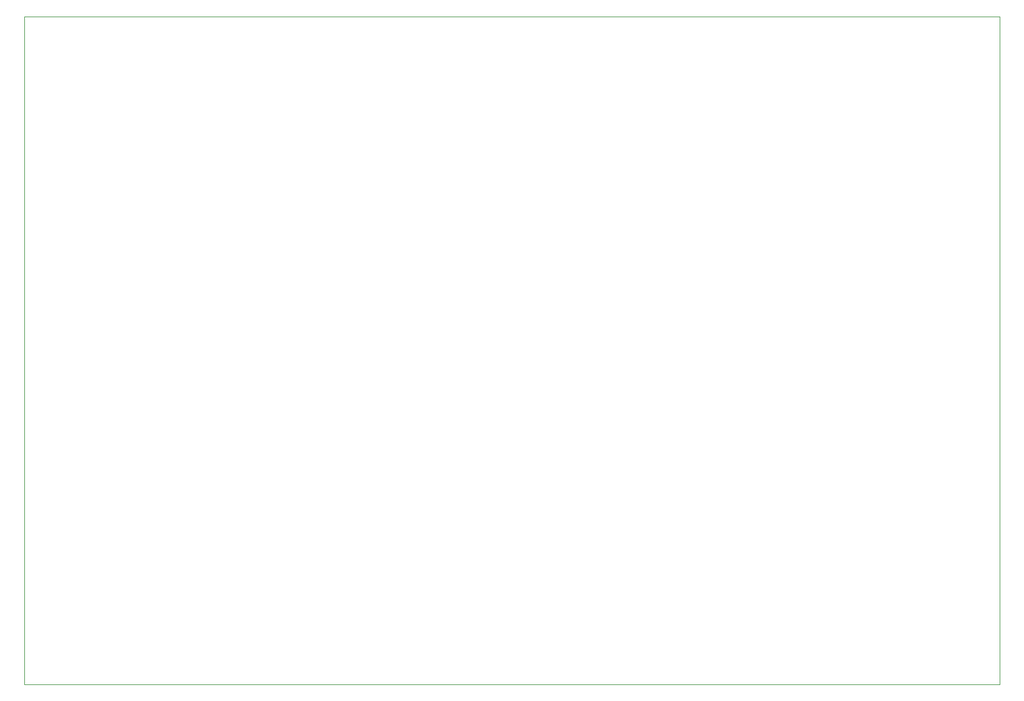
<source format=gbr>
%TF.GenerationSoftware,Altium Limited,Altium Designer,25.3.3 (18)*%
G04 Layer_Color=0*
%FSLAX45Y45*%
%MOMM*%
%TF.SameCoordinates,7852E7E1-4E30-4CDD-8EF1-640B4E54786C*%
%TF.FilePolarity,Positive*%
%TF.FileFunction,Profile,NP*%
%TF.Part,Single*%
G01*
G75*
%TA.AperFunction,Profile*%
%ADD149C,0.02540*%
D149*
X3822700Y1930400D02*
X17741901D01*
Y11468100D01*
X3822700D01*
Y1930400D01*
%TF.MD5,3ccf9103d60f9c494d89622fbea563df*%
M02*

</source>
